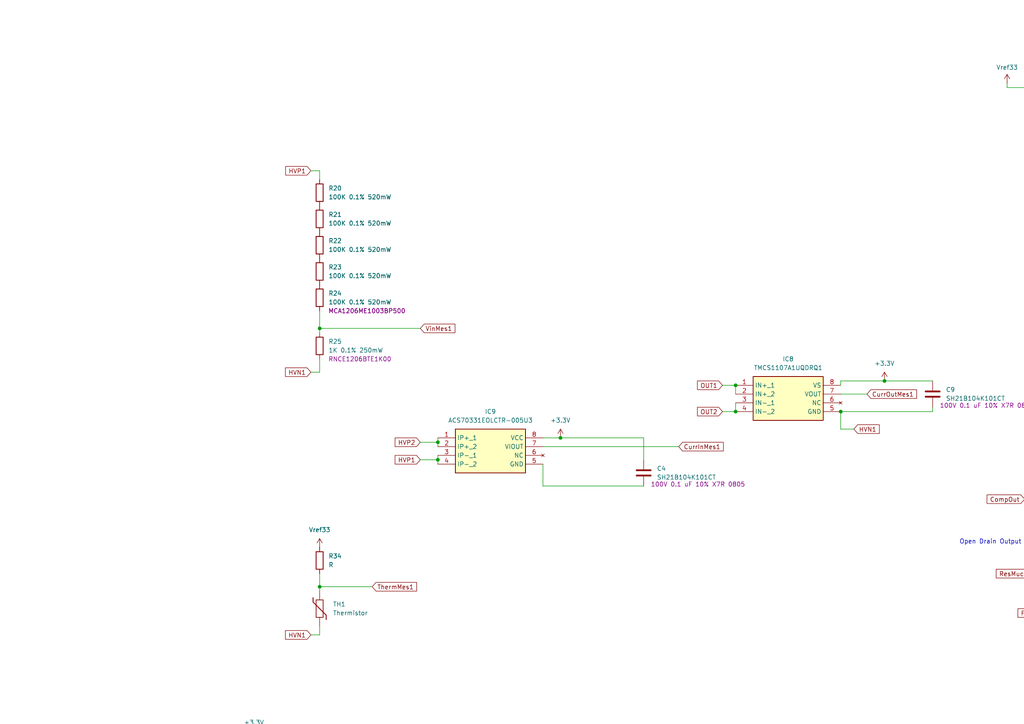
<source format=kicad_sch>
(kicad_sch (version 20250114) (generator "eeschema") (generator_version "9.0")
  (paper "A4")
  (text "probelm 74HC74 is HL = 3.15V see datasheet \nso STM can control it found a methode of power it at 3.3v\n" (at 366.268 207.772 0) (effects (font (size 1.27 1.27))))
  (text "Example of charging power\nOUT I\nACS770LCB-100U \nUni 100A 40mV/A 4800VAC 1min\nVcc = 5V\n22kW/250V= 88A, 22kW/300=73A\nOCP is around 4.033V 4.194V => (4.033+4.194)/2=4113.5mV (102.8A)\nIoutNom = 70A (DJC)\nVoltage range nominal (0,500v) 2%\n102/70= 1.45\n\nProposition prim \nACS70331EOLCTR-005U3\n5A uniderectional, 3.3V, 400mV/A, SOIC 8, very simple \n2euros mouser \nSpec 1200/360=3.33A\n5A/3.33A= 1.5\nout 0 to 3V (perfect)\nOR \nTMCS1107A4U \n3euros mouser \n10A\n\n\nSecondary 1200/42=28.57A \n(target 1.5 = 43A check 45 or 50A)\nTMCS1107A2UQDR \n100mV/A 3.3V\nsimple \nif you want more current \ncheck \nTMCS1107A1U\n86A Uniderectional \n43A \nmouser 2.96euros " (at 320.802 311.15 0) (effects (font (size 1.27 1.27) (bold yes))))
  (text "Logic to be done " (at 344.17 203.2 0) (effects (font (size 1.27 1.27))))
  (text "Nb pins\n===============\nmeas vref	1\nprim drive	4\nv meas p	1\nv meas s	2\ncurrent sec	1\ncurrent prim	1\nOUTPUT COMPA	1\nTHERMAL 	2\nSPI 	4\nTOTLA 	17\n\n\nOptimization 	\nmeas vref	1\nprim drive	4\nv meas p	1\nv meas s	2\ncurrent sec	1\ncurrent prim	1\nOUTPUT COMPA	1\nTHERMAL 	1\nRX/TX	other pins\nTOTLA 	12\n" (at 414.02 206.502 0) (effects (font (size 1.27 1.27))))
  (text "Open Drain Output\n" (at 287.274 157.226 0) (effects (font (size 1.27 1.27))))
  (text "To µC (je dois utiliser 3.3v pour le pull up pas 5v\n" (at 112.014 219.71 0) (effects (font (size 1.27 1.27))))
  (text "check if we can read 5V , otherwise use 3.3 power othwise to remove this regulator use res div \n" (at 410.972 256.032 0) (effects (font (size 1.27 1.27))))
  (junction (at 138.43 245.11))
  (junction (at 105.41 228.6))
  (junction (at 92.71 170.18))
  (junction (at 143.51 279.4))
  (junction (at 73.66 228.6))
  (junction (at 281.94 246.38))
  (junction (at 125.73 259.08))
  (junction (at 257.81 250.19))
  (junction (at 345.44 -5.08))
  (junction (at 281.94 262.89))
  (junction (at 48.26 251.46))
  (junction (at 36.83 223.52))
  (junction (at 349.25 163.83))
  (junction (at 62.23 224.79))
  (junction (at 316.23 6.35))
  (junction (at 382.27 166.37))
  (junction (at 73.66 267.97))
  (junction (at 502.92 -38.1))
  (junction (at 213.36 111.76))
  (junction (at 213.36 119.38))
  (junction (at 125.73 233.68))
  (junction (at 382.27 168.91))
  (junction (at 73.66 217.17))
  (junction (at -19.05 254))
  (junction (at 67.31 217.17))
  (junction (at -19.05 270.51))
  (junction (at 127 133.35))
  (junction (at 243.84 119.38))
  (junction (at -19.05 265.43))
  (junction (at 257.81 306.07))
  (junction (at 349.25 180.34))
  (junction (at 88.9 236.22))
  (junction (at 264.16 237.49))
  (junction (at 36.83 227.33))
  (junction (at 21.59 227.33))
  (junction (at 382.27 163.83))
  (junction (at 143.51 256.54))
  (junction (at 35.56 243.84))
  (junction (at 257.81 294.64))
  (junction (at 92.71 95.25))
  (junction (at 12.7 240.03))
  (junction (at 45.72 236.22))
  (junction (at 34.29 254))
  (junction (at 349.25 173.99))
  (junction (at 127 128.27))
  (junction (at 125.73 279.4))
  (junction (at 256.54 110.49))
  (junction (at 125.73 241.3))
  (junction (at 12.7 227.33))
  (junction (at 494.03 -20.32))
  (junction (at 162.56 127))
  (junction (at 34.29 270.51))
  (junction (at 257.81 276.86))
  (junction (at 335.28 200.66))
  (junction (at 99.06 243.84))
  (junction (at 349.25 182.88))
  (junction (at 125.73 254))
  (junction (at 48.26 270.51))
  (junction (at 320.04 177.8))
  (junction (at 20.32 240.03))
  (wire (pts (xy 309.88 6.35) (xy 316.23 6.35)))
  (wire (pts (xy 243.84 124.46) (xy 243.84 119.38)))
  (wire (pts (xy 143.51 256.54) (xy 143.51 279.4)))
  (wire (pts (xy 86.36 259.08) (xy 113.03 259.08)))
  (wire (pts (xy 34.29 254) (xy 50.8 254)))
  (wire (pts (xy 228.6 265.43) (xy 232.41 265.43)))
  (wire (pts (xy 45.72 236.22) (xy 45.72 227.33)))
  (wire (pts (xy 55.88 217.17) (xy 67.31 217.17)))
  (wire (pts (xy 73.66 228.6) (xy 97.79 228.6)))
  (wire (pts (xy -19.05 255.27) (xy -19.05 254)))
  (wire (pts (xy 20.32 240.03) (xy 12.7 240.03)))
  (wire (pts (xy 257.81 250.19) (xy 257.81 276.86)))
  (wire (pts (xy 12.7 227.33) (xy 12.7 240.03)))
  (wire (pts (xy 62.23 224.79) (xy 67.31 224.79)))
  (wire (pts (xy 351.79 171.45) (xy 327.66 171.45)))
  (wire (pts (xy 45.72 227.33) (xy 36.83 227.33)))
  (wire (pts (xy 297.18 144.78) (xy 316.23 144.78)))
  (wire (pts (xy 327.66 168.91) (xy 320.04 168.91)))
  (wire (pts (xy 86.36 243.84) (xy 99.06 243.84)))
  (wire (pts (xy 105.41 222.25) (xy 125.73 222.25)))
  (wire (pts (xy 92.71 184.15) (xy 90.17 184.15)))
  (wire (pts (xy 73.66 267.97) (xy 73.66 270.51)))
  (wire (pts (xy -19.05 270.51) (xy 34.29 270.51)))
  (wire (pts (xy 353.06 182.88) (xy 349.25 182.88)))
  (wire (pts (xy 127 132.08) (xy 127 133.35)))
  (wire (pts (xy 243.84 110.49) (xy 256.54 110.49)))
  (wire (pts (xy 86.36 259.08) (xy 86.36 261.62)))
  (wire (pts (xy 27.94 240.03) (xy 35.56 240.03)))
  (wire (pts (xy 228.6 321.31) (xy 232.41 321.31)))
  (wire (pts (xy 556.26 -20.32) (xy 544.83 -20.32)))
  (wire (pts (xy 127 128.27) (xy 127 129.54)))
  (wire (pts (xy 99.06 267.97) (xy 73.66 267.97)))
  (wire (pts (xy 257.81 294.64) (xy 257.81 276.86)))
  (wire (pts (xy -19.05 248.92) (xy -19.05 254)))
  (wire (pts (xy 232.41 351.79) (xy 232.41 350.52)))
  (wire (pts (xy -19.05 254) (xy 34.29 254)))
  (wire (pts (xy 209.55 111.76) (xy 213.36 111.76)))
  (wire (pts (xy 34.29 270.51) (xy 48.26 270.51)))
  (wire (pts (xy 12.7 219.71) (xy 12.7 227.33)))
  (wire (pts (xy 320.04 186.69) (xy 349.25 186.69)))
  (wire (pts (xy 247.65 124.46) (xy 243.84 124.46)))
  (wire (pts (xy 351.79 173.99) (xy 349.25 173.99)))
  (wire (pts (xy 382.27 157.48) (xy 382.27 158.75)))
  (wire (pts (xy 12.7 240.03) (xy 12.7 251.46)))
  (wire (pts (xy 127 133.35) (xy 127 134.62)))
  (wire (pts (xy 243.84 110.49) (xy 243.84 111.76)))
  (wire (pts (xy 36.83 219.71) (xy 36.83 223.52)))
  (wire (pts (xy 257.81 237.49) (xy 264.16 237.49)))
  (wire (pts (xy 138.43 245.11) (xy 142.24 245.11)))
  (wire (pts (xy 140.97 256.54) (xy 143.51 256.54)))
  (wire (pts (xy 345.44 -5.08) (xy 363.22 -5.08)))
  (wire (pts (xy 240.03 279.4) (xy 240.03 287.02)))
  (wire (pts (xy 209.55 119.38) (xy 213.36 119.38)))
  (wire (pts (xy 382.27 168.91) (xy 387.35 168.91)))
  (wire (pts (xy 138.43 243.84) (xy 138.43 245.11)))
  (wire (pts (xy 240.03 260.35) (xy 236.22 260.35)))
  (wire (pts (xy 232.41 321.31) (xy 232.41 320.04)))
  (wire (pts (xy 162.56 127) (xy 186.69 127)))
  (wire (pts (xy 35.56 240.03) (xy 35.56 243.84)))
  (wire (pts (xy 92.71 96.52) (xy 92.71 95.25)))
  (wire (pts (xy -26.67 270.51) (xy -19.05 270.51)))
  (wire (pts (xy 73.66 217.17) (xy 73.66 228.6)))
  (wire (pts (xy 311.15 17.78) (xy 316.23 17.78)))
  (wire (pts (xy 157.48 129.54) (xy 196.85 129.54)))
  (wire (pts (xy 342.9 2.54) (xy 351.79 2.54)))
  (wire (pts (xy 240.03 252.73) (xy 240.03 260.35)))
  (wire (pts (xy 48.26 251.46) (xy 48.26 241.3)))
  (wire (pts (xy 257.81 336.55) (xy 255.27 336.55)))
  (wire (pts (xy 342.9 10.16) (xy 349.25 10.16)))
  (wire (pts (xy 243.84 119.38) (xy 270.51 119.38)))
  (wire (pts (xy 342.9 25.4) (xy 349.25 25.4)))
  (wire (pts (xy 232.41 292.1) (xy 232.41 290.83)))
  (wire (pts (xy 255.27 306.07) (xy 257.81 306.07)))
  (wire (pts (xy 257.81 336.55) (xy 257.81 306.07)))
  (wire (pts (xy 292.1 25.4) (xy 316.23 25.4)))
  (wire (pts (xy 62.23 228.6) (xy 62.23 224.79)))
  (wire (pts (xy 213.36 111.76) (xy 213.36 114.3)))
  (wire (pts (xy 50.8 246.38) (xy 45.72 246.38)))
  (wire (pts (xy 342.9 17.78) (xy 347.98 17.78)))
  (wire (pts (xy 387.35 168.91) (xy 387.35 180.34)))
  (wire (pts (xy 228.6 292.1) (xy 232.41 292.1)))
  (wire (pts (xy 342.9 21.59) (xy 349.25 21.59)))
  (wire (pts (xy 129.54 284.48) (xy 125.73 284.48)))
  (wire (pts (xy 502.92 -38.1) (xy 473.71 -38.1)))
  (wire (pts (xy 88.9 236.22) (xy 88.9 238.76)))
  (wire (pts (xy 45.72 236.22) (xy 50.8 236.22)))
  (wire (pts (xy 130.81 245.11) (xy 130.81 248.92)))
  (wire (pts (xy -19.05 241.3) (xy -19.05 238.76)))
  (wire (pts (xy 21.59 227.33) (xy 29.21 227.33)))
  (wire (pts (xy 349.25 182.88) (xy 349.25 180.34)))
  (wire (pts (xy 255.27 276.86) (xy 257.81 276.86)))
  (wire (pts (xy 544.83 -38.1) (xy 556.26 -38.1)))
  (wire (pts (xy 86.36 248.92) (xy 105.41 248.92)))
  (wire (pts (xy 298.45 255.27) (xy 298.45 262.89)))
  (wire (pts (xy 60.96 228.6) (xy 62.23 228.6)))
  (wire (pts (xy 50.8 248.92) (xy 35.56 248.92)))
  (wire (pts (xy 511.81 -38.1) (xy 502.92 -38.1)))
  (wire (pts (xy 382.27 161.29) (xy 382.27 163.83)))
  (wire (pts (xy 312.42 10.16) (xy 316.23 10.16)))
  (wire (pts (xy 298.45 246.38) (xy 298.45 247.65)))
  (wire (pts (xy 270.51 118.11) (xy 270.51 119.38)))
  (wire (pts (xy 105.41 228.6) (xy 105.41 248.92)))
  (wire (pts (xy 320.04 176.53) (xy 320.04 177.8)))
  (wire (pts (xy 281.94 246.38) (xy 281.94 247.65)))
  (wire (pts (xy 67.31 217.17) (xy 73.66 217.17)))
  (wire (pts (xy 349.25 173.99) (xy 349.25 163.83)))
  (wire (pts (xy 342.9 -5.08) (xy 345.44 -5.08)))
  (wire (pts (xy 55.88 224.79) (xy 62.23 224.79)))
  (wire (pts (xy 130.81 245.11) (xy 138.43 245.11)))
  (wire (pts (xy 363.22 -13.97) (xy 365.76 -13.97)))
  (wire (pts (xy 63.5 266.7) (xy 63.5 270.51)))
  (wire (pts (xy 48.26 251.46) (xy 48.26 270.51)))
  (wire (pts (xy 351.79 168.91) (xy 335.28 168.91)))
  (wire (pts (xy 120.65 259.08) (xy 125.73 259.08)))
  (wire (pts (xy 125.73 233.68) (xy 120.65 233.68)))
  (wire (pts (xy 243.84 114.3) (xy 251.46 114.3)))
  (wire (pts (xy 92.71 49.53) (xy 90.17 49.53)))
  (wire (pts (xy 349.25 163.83) (xy 349.25 161.29)))
  (wire (pts (xy 36.83 223.52) (xy 36.83 227.33)))
  (wire (pts (xy 92.71 181.61) (xy 92.71 184.15)))
  (wire (pts (xy 186.69 133.35) (xy 186.69 127)))
  (wire (pts (xy 127 127) (xy 127 128.27)))
  (wire (pts (xy 92.71 107.95) (xy 92.71 104.14)))
  (wire (pts (xy 257.81 237.49) (xy 257.81 250.19)))
  (wire (pts (xy 313.69 200.66) (xy 335.28 200.66)))
  (wire (pts (xy 34.29 270.51) (xy 34.29 261.62)))
  (wire (pts (xy 312.42 21.59) (xy 316.23 21.59)))
  (wire (pts (xy 342.9 -1.27) (xy 346.71 -1.27)))
  (wire (pts (xy 308.61 -5.08) (xy 316.23 -5.08)))
  (wire (pts (xy 363.22 -6.35) (xy 363.22 -5.08)))
  (wire (pts (xy 92.71 90.17) (xy 92.71 95.25)))
  (wire (pts (xy 473.71 -22.86) (xy 473.71 -20.32)))
  (wire (pts (xy 20.32 240.03) (xy 20.32 243.84)))
  (wire (pts (xy 320.04 177.8) (xy 320.04 179.07)))
  (wire (pts (xy 232.41 265.43) (xy 232.41 264.16)))
  (wire (pts (xy 312.42 177.8) (xy 320.04 177.8)))
  (wire (pts (xy 236.22 247.65) (xy 240.03 247.65)))
  (wire (pts (xy 157.48 127) (xy 162.56 127)))
  (wire (pts (xy 133.35 264.16) (xy 130.81 264.16)))
  (wire (pts (xy 48.26 241.3) (xy 50.8 241.3)))
  (wire (pts (xy 349.25 180.34) (xy 349.25 173.99)))
  (wire (pts (xy 125.73 279.4) (xy 125.73 284.48)))
  (wire (pts (xy 213.36 116.84) (xy 213.36 119.38)))
  (wire (pts (xy 125.73 241.3) (xy 125.73 254)))
  (wire (pts (xy 86.36 254) (xy 113.03 254)))
  (wire (pts (xy 229.87 274.32) (xy 240.03 274.32)))
  (wire (pts (xy 86.36 236.22) (xy 88.9 236.22)))
  (wire (pts (xy 99.06 243.84) (xy 99.06 267.97)))
  (wire (pts (xy 92.71 52.07) (xy 92.71 49.53)))
  (wire (pts (xy 264.16 237.49) (xy 264.16 238.76)))
  (wire (pts (xy 48.26 251.46) (xy 12.7 251.46)))
  (wire (pts (xy 73.66 214.63) (xy 73.66 217.17)))
  (wire (pts (xy 143.51 256.54) (xy 156.21 256.54)))
  (wire (pts (xy 88.9 238.76) (xy 86.36 238.76)))
  (wire (pts (xy 556.26 -38.1) (xy 556.26 -35.56)))
  (wire (pts (xy 20.32 243.84) (xy 27.94 243.84)))
  (wire (pts (xy 92.71 95.25) (xy 121.92 95.25)))
  (wire (pts (xy 129.54 279.4) (xy 125.73 279.4)))
  (wire (pts (xy 335.28 200.66) (xy 335.28 224.79)))
  (wire (pts (xy 256.54 110.49) (xy 270.51 110.49)))
  (wire (pts (xy 342.9 13.97) (xy 346.71 13.97)))
  (wire (pts (xy 50.8 261.62) (xy 50.8 265.43)))
  (wire (pts (xy 316.23 6.35) (xy 317.5 6.35)))
  (wire (pts (xy 349.25 180.34) (xy 387.35 180.34)))
  (wire (pts (xy 137.16 284.48) (xy 143.51 284.48)))
  (wire (pts (xy -24.13 238.76) (xy -19.05 238.76)))
  (wire (pts (xy 157.48 134.62) (xy 157.48 140.97)))
  (wire (pts (xy 307.34 -1.27) (xy 316.23 -1.27)))
  (wire (pts (xy 92.71 171.45) (xy 92.71 170.18)))
  (wire (pts (xy 281.94 246.38) (xy 298.45 246.38)))
  (wire (pts (xy 264.16 227.33) (xy 264.16 228.6)))
  (wire (pts (xy 349.25 186.69) (xy 349.25 182.88)))
  (wire (pts (xy 281.94 245.11) (xy 281.94 246.38)))
  (wire (pts (xy 143.51 279.4) (xy 143.51 284.48)))
  (wire (pts (xy 48.26 270.51) (xy 63.5 270.51)))
  (wire (pts (xy -19.05 262.89) (xy -19.05 265.43)))
  (wire (pts (xy 157.48 140.97) (xy 186.69 140.97)))
  (wire (pts (xy 137.16 279.4) (xy 143.51 279.4)))
  (wire (pts (xy 90.17 107.95) (xy 92.71 107.95)))
  (wire (pts (xy 501.65 -16.51) (xy 494.03 -16.51)))
  (wire (pts (xy 327.66 171.45) (xy 327.66 168.91)))
  (wire (pts (xy 281.94 262.89) (xy 298.45 262.89)))
  (wire (pts (xy 264.16 236.22) (xy 264.16 237.49)))
  (wire (pts (xy 292.1 24.13) (xy 292.1 25.4)))
  (wire (pts (xy 382.27 163.83) (xy 382.27 166.37)))
  (wire (pts (xy 342.9 6.35) (xy 347.98 6.35)))
  (wire (pts (xy 240.03 316.23) (xy 236.22 316.23)))
  (wire (pts (xy 88.9 236.22) (xy 99.06 236.22)))
  (wire (pts (xy 45.72 246.38) (xy 45.72 236.22)))
  (wire (pts (xy 236.22 303.53) (xy 240.03 303.53)))
  (wire (pts (xy 281.94 264.16) (xy 281.94 262.89)))
  (wire (pts (xy 473.71 -38.1) (xy 473.71 -30.48)))
  (wire (pts (xy 556.26 -27.94) (xy 556.26 -20.32)))
  (wire (pts (xy 120.65 254) (xy 125.73 254)))
  (wire (pts (xy 473.71 -20.32) (xy 494.03 -20.32)))
  (wire (pts (xy 240.03 308.61) (xy 240.03 316.23)))
  (wire (pts (xy 351.79 158.75) (xy 316.23 158.75)))
  (wire (pts (xy 92.71 170.18) (xy 107.95 170.18)))
  (wire (pts (xy 12.7 227.33) (xy 21.59 227.33)))
  (wire (pts (xy 35.56 243.84) (xy 35.56 248.92)))
  (wire (pts (xy 228.6 351.79) (xy 232.41 351.79)))
  (wire (pts (xy 494.03 -16.51) (xy 494.03 -20.32)))
  (wire (pts (xy 240.03 287.02) (xy 236.22 287.02)))
  (wire (pts (xy 257.81 294.64) (xy 265.43 294.64)))
  (wire (pts (xy 351.79 166.37) (xy 298.45 166.37)))
  (wire (pts (xy -19.05 265.43) (xy 50.8 265.43)))
  (wire (pts (xy 255.27 250.19) (xy 257.81 250.19)))
  (wire (pts (xy 316.23 144.78) (xy 316.23 158.75)))
  (wire (pts (xy 105.41 222.25) (xy 105.41 228.6)))
  (wire (pts (xy 121.92 133.35) (xy 127 133.35)))
  (wire (pts (xy 257.81 306.07) (xy 257.81 294.64)))
  (wire (pts (xy 349.25 163.83) (xy 351.79 163.83)))
  (wire (pts (xy 92.71 170.18) (xy 92.71 166.37)))
  (wire (pts (xy 228.6 334.01) (xy 240.03 334.01)))
  (wire (pts (xy 73.66 228.6) (xy 73.66 231.14)))
  (wire (pts (xy 382.27 166.37) (xy 382.27 168.91)))
  (wire (pts (xy 120.65 241.3) (xy 125.73 241.3)))
  (wire (pts (xy 29.21 223.52) (xy 36.83 223.52)))
  (wire (pts (xy 121.92 128.27) (xy 127 128.27)))
  (wire (pts (xy 73.66 266.7) (xy 73.66 267.97)))
  (wire (pts (xy 494.03 -20.32) (xy 511.81 -20.32)))
  (wire (pts (xy 349.25 161.29) (xy 351.79 161.29)))
  (wire (pts (xy 20.32 219.71) (xy 36.83 219.71)))
  (wire (pts (xy 21.59 223.52) (xy 21.59 227.33)))
  (wire (pts (xy 125.73 232.41) (xy 125.73 233.68)))
  (wire (pts (xy 240.03 339.09) (xy 240.03 346.71)))
  (wire (pts (xy 335.28 168.91) (xy 335.28 200.66)))
  (wire (pts (xy -19.05 265.43) (xy -19.05 270.51)))
  (wire (pts (xy 240.03 346.71) (xy 236.22 346.71)))
  (wire (pts (xy 125.73 259.08) (xy 125.73 279.4)))
  (global_label "HVN1" (shape input) (at 125.73 232.41 90) (property "Intersheetrefs" "${INTERSHEET_REFS}" (effects (hide yes))))
  (global_label "HVN1" (shape input) (at 90.17 107.95 180) (property "Intersheetrefs" "${INTERSHEET_REFS}" (effects (hide yes))))
  (global_label "VoutMeasDiag" (shape input) (at 125.73 222.25 0) (property "Intersheetrefs" "${INTERSHEET_REFS}" (effects (hide yes))))
  (global_label "RDY1" (shape input) (at 312.42 21.59 180) (property "Intersheetrefs" "${INTERSHEET_REFS}" (effects (hide yes))))
  (global_label "VoutMes1" (shape input) (at 229.87 274.32 180) (property "Intersheetrefs" "${INTERSHEET_REFS}" (effects (hide yes))))
  (global_label "HVN1" (shape input) (at 228.6 292.1 180) (property "Intersheetrefs" "${INTERSHEET_REFS}" (effects (hide yes))))
  (global_label "VoutMes1" (shape input) (at 349.25 10.16 0) (property "Intersheetrefs" "${INTERSHEET_REFS}" (effects (hide yes))))
  (global_label "HVP1" (shape input) (at 121.92 133.35 180) (property "Intersheetrefs" "${INTERSHEET_REFS}" (effects (hide yes))))
  (global_label "ThermMes1" (shape input) (at 312.42 10.16 180) (property "Intersheetrefs" "${INTERSHEET_REFS}" (effects (hide yes))))
  (global_label "VinMes1" (shape input) (at 347.98 6.35 0) (property "Intersheetrefs" "${INTERSHEET_REFS}" (effects (hide yes))))
  (global_label "HVN1" (shape input) (at 365.76 -13.97 0) (property "Intersheetrefs" "${INTERSHEET_REFS}" (effects (hide yes))))
  (global_label "CurrOutMes1" (shape input) (at 349.25 21.59 0) (property "Intersheetrefs" "${INTERSHEET_REFS}" (effects (hide yes))))
  (global_label "TX" (shape input) (at 308.61 -5.08 180) (property "Intersheetrefs" "${INTERSHEET_REFS}" (effects (hide yes))))
  (global_label "VinMes1" (shape input) (at 121.92 95.25 0) (property "Intersheetrefs" "${INTERSHEET_REFS}" (effects (hide yes))))
  (global_label "HVP2" (shape input) (at 121.92 128.27 180) (property "Intersheetrefs" "${INTERSHEET_REFS}" (effects (hide yes))))
  (global_label "HVN1" (shape input) (at 90.17 184.15 180) (property "Intersheetrefs" "${INTERSHEET_REFS}" (effects (hide yes))))
  (global_label "ResMuc" (shape input) (at 309.88 6.35 180) (property "Intersheetrefs" "${INTERSHEET_REFS}" (effects (hide yes))))
  (global_label "CurrInMes1" (shape input) (at 196.85 129.54 0) (property "Intersheetrefs" "${INTERSHEET_REFS}" (effects (hide yes))))
  (global_label "HVN1" (shape input) (at 501.65 -16.51 0) (property "Intersheetrefs" "${INTERSHEET_REFS}" (effects (hide yes))))
  (global_label "CurrOutMes1" (shape input) (at 251.46 114.3 0) (property "Intersheetrefs" "${INTERSHEET_REFS}" (effects (hide yes))))
  (global_label "EN1" (shape input) (at 335.28 224.79 180) (property "Intersheetrefs" "${INTERSHEET_REFS}" (effects (hide yes))))
  (global_label "CurrOutFault" (shape input) (at 349.25 25.4 0) (property "Intersheetrefs" "${INTERSHEET_REFS}" (effects (hide yes))))
  (global_label "OUT1" (shape input) (at 209.55 111.76 180) (property "Intersheetrefs" "${INTERSHEET_REFS}" (effects (hide yes))))
  (global_label "HVN1" (shape input) (at 228.6 265.43 180) (property "Intersheetrefs" "${INTERSHEET_REFS}" (effects (hide yes))))
  (global_label "VoutMeasDiag" (shape input) (at 346.71 13.97 0) (property "Intersheetrefs" "${INTERSHEET_REFS}" (effects (hide yes))))
  (global_label "CurrInMes1" (shape input) (at 236.22 303.53 180) (property "Intersheetrefs" "${INTERSHEET_REFS}" (effects (hide yes))))
  (global_label "HVN1" (shape input) (at 247.65 124.46 0) (property "Intersheetrefs" "${INTERSHEET_REFS}" (effects (hide yes))))
  (global_label "ThermMes1" (shape input) (at 107.95 170.18 0) (property "Intersheetrefs" "${INTERSHEET_REFS}" (effects (hide yes))))
  (global_label "HVN1" (shape input) (at 281.94 264.16 270) (property "Intersheetrefs" "${INTERSHEET_REFS}" (effects (hide yes))))
  (global_label "VoutMes1" (shape input) (at 156.21 256.54 0) (property "Intersheetrefs" "${INTERSHEET_REFS}" (effects (hide yes))))
  (global_label "HVP1" (shape input) (at 90.17 49.53 180) (property "Intersheetrefs" "${INTERSHEET_REFS}" (effects (hide yes))))
  (global_label "ResMuc" (shape input) (at 298.45 166.37 180) (property "Intersheetrefs" "${INTERSHEET_REFS}" (effects (hide yes))))
  (global_label "EN1" (shape input) (at 311.15 17.78 180) (property "Intersheetrefs" "${INTERSHEET_REFS}" (effects (hide yes))))
  (global_label "FeedbacktoMCU" (shape input) (at 312.42 177.8 180) (property "Intersheetrefs" "${INTERSHEET_REFS}" (effects (hide yes))))
  (global_label "VinMes1" (shape input) (at 236.22 247.65 180) (property "Intersheetrefs" "${INTERSHEET_REFS}" (effects (hide yes))))
  (global_label "HVN1" (shape input) (at 133.35 264.16 0) (property "Intersheetrefs" "${INTERSHEET_REFS}" (effects (hide yes))))
  (global_label "HVN1" (shape input) (at 60.96 228.6 180) (property "Intersheetrefs" "${INTERSHEET_REFS}" (effects (hide yes))))
  (global_label "PWM1" (shape input) (at 351.79 2.54 0) (property "Intersheetrefs" "${INTERSHEET_REFS}" (effects (hide yes))))
  (global_label "HVN1" (shape input) (at 73.66 270.51 270) (property "Intersheetrefs" "${INTERSHEET_REFS}" (effects (hide yes))))
  (global_label "CompOut" (shape input) (at 265.43 294.64 0) (property "Intersheetrefs" "${INTERSHEET_REFS}" (effects (hide yes))))
  (global_label "ThermMes1" (shape input) (at 207.01 344.17 180) (property "Intersheetrefs" "${INTERSHEET_REFS}" (effects (hide yes))))
  (global_label "DisableMCU" (shape input) (at 313.69 200.66 180) (property "Intersheetrefs" "${INTERSHEET_REFS}" (effects (hide yes))))
  (global_label "RX" (shape input) (at 307.34 -1.27 180) (property "Intersheetrefs" "${INTERSHEET_REFS}" (effects (hide yes))))
  (global_label "HVN1" (shape input) (at 346.71 -1.27 0) (property "Intersheetrefs" "${INTERSHEET_REFS}" (effects (hide yes))))
  (global_label "HVN1" (shape input) (at 264.16 246.38 270) (property "Intersheetrefs" "${INTERSHEET_REFS}" (effects (hide yes))))
  (global_label "HVN1" (shape input) (at 228.6 321.31 180) (property "Intersheetrefs" "${INTERSHEET_REFS}" (effects (hide yes))))
  (global_label "OUT2" (shape input) (at 209.55 119.38 180) (property "Intersheetrefs" "${INTERSHEET_REFS}" (effects (hide yes))))
  (global_label "HVN1" (shape input) (at 228.6 351.79 180) (property "Intersheetrefs" "${INTERSHEET_REFS}" (effects (hide yes))))
  (global_label "CurrInMes1" (shape input) (at 347.98 17.78 0) (property "Intersheetrefs" "${INTERSHEET_REFS}" (effects (hide yes))))
  (global_label "OUT1" (shape input) (at -24.13 238.76 180) (property "Intersheetrefs" "${INTERSHEET_REFS}" (effects (hide yes))))
  (global_label "CurrOutMes1" (shape input) (at 228.6 334.01 180) (property "Intersheetrefs" "${INTERSHEET_REFS}" (effects (hide yes))))
  (global_label "CompOut" (shape input) (at 297.18 144.78 180) (property "Intersheetrefs" "${INTERSHEET_REFS}" (effects (hide yes))))
  (global_label "HVN1" (shape input) (at 353.06 182.88 0) (property "Intersheetrefs" "${INTERSHEET_REFS}" (effects (hide yes))))
  (global_label "HVN1" (shape input) (at 149.86 245.11 0) (property "Intersheetrefs" "${INTERSHEET_REFS}" (effects (hide yes))))
  (symbol (lib_id "Device:R") (at 320.04 182.88 0) (unit 1)
    (property "Reference" "R42" (at 322.58 181.6099 0) (effects (justify left)))
    (property "Value" "20k" (at 322.58 184.1499 0) (effects (justify left)))
    (property "Description" "Resistor" (effects (hide yes)))
  )
  (symbol (lib_id "Device:R") (at 116.84 259.08 270) (mirror x) (unit 1)
    (property "Reference" "R30" (at 116.84 265.43 90))
    (property "Value" "10k" (at 116.84 262.89 90))
    (property "Description" "Resistor" (effects (hide yes)))
  )
  (symbol (lib_id "Device:C") (at 16.51 219.71 270) (mirror x) (unit 1)
    (property "Reference" "C34" (at 16.51 227.33 90))
    (property "Value" "1uF" (at 16.51 224.79 90))
    (property "Description" "Unpolarized capacitor" (effects (hide yes)))
  )
  (symbol (lib_id "Device:C") (at 556.26 -31.75 0) (unit 1)
    (property "Reference" "C40" (at 560.07 -33.0201 0) (effects (justify left)))
    (property "Value" "SH21B104K101CT" (at 560.07 -30.4801 0) (effects (justify left)))
    (property "Footprint" "Capacitor_SMD:C_0805_2012Metric" (effects (hide yes)))
    (property "Description" "100V 0.1 uF 10% X7R 0805" (at 572.008 -28.448 0))
  )
  (symbol (lib_id "Device:R_Potentiometer_Dual_Separate") (at 232.41 260.35 0) (unit 1)
    (property "Reference" "RV2" (at 229.87 259.0799 0) (effects (justify right)))
    (property "Value" "100k" (at 229.87 261.6199 0) (effects (justify right)))
    (property "Description" "Dual potentiometer, separate units" (effects (hide yes)))
  )
  (symbol (lib_id "power:+3V0") (at 232.41 342.9 0) (unit 1)
    (property "Reference" "#PWR035" (effects (hide yes)))
    (property "Value" "Vref33" (at 232.41 337.82 0))
    (property "Description" "Power symbol creates a global label with name \"+3V0\"" (effects (hide yes)))
  )
  (symbol (lib_id "Device:R") (at 92.71 55.88 0) (unit 1)
    (property "Reference" "R20" (at 95.25 54.6099 0) (effects (justify left)))
    (property "Value" "100K 0.1% 520mW" (at 95.25 57.1499 0) (effects (justify left)))
    (property "Footprint" "Resistor_SMD:R_1206_3216Metric" (effects (hide yes)))
    (property "Description" "Resistor" (effects (hide yes)))
  )
  (symbol (lib_id "power:+3V0") (at 232.41 312.42 0) (unit 1)
    (property "Reference" "#PWR032" (effects (hide yes)))
    (property "Value" "Vref33" (at 232.41 307.34 0))
    (property "Description" "Power symbol creates a global label with name \"+3V0\"" (effects (hide yes)))
  )
  (symbol (lib_id "New_Library:TLV9024QDRQ1") (at 284.48 255.27 0) (unit 5)
    (property "Reference" "U9" (at 283.21 253.9999 0) (effects (justify left)))
    (property "Value" "TLV9024QDRQ1" (at 283.21 256.5399 0) (effects (justify left)))
    (property "Footprint" "Package_SO:SOIC-14_3.9x8.7mm_P1.27mm" (effects (hide yes)))
    (property "Datasheet" "https://www.ti.com/lit/ds/symlink/tlv9022-q1.pdf" (effects (hide yes)))
    (property "Description" "Quad channel comparators, SOIC-14" (effects (hide yes)))
  )
  (symbol (lib_id "Device:R") (at 92.71 63.5 0) (unit 1)
    (property "Reference" "R21" (at 95.25 62.2299 0) (effects (justify left)))
    (property "Value" "100K 0.1% 520mW" (at 95.25 64.7699 0) (effects (justify left)))
    (property "Footprint" "Resistor_SMD:R_1206_3216Metric" (effects (hide yes)))
    (property "Description" "Resistor" (effects (hide yes)))
  )
  (symbol (lib_id "power:+3V0") (at 292.1 24.13 0) (unit 1)
    (property "Reference" "#PWR038" (effects (hide yes)))
    (property "Value" "Vref33" (at 292.1 19.558 0))
    (property "Description" "Power symbol creates a global label with name \"+3V0\"" (effects (hide yes)))
  )
  (symbol (lib_id "Device:R") (at 101.6 228.6 270) (unit 1)
    (property "Reference" "R32" (at 101.6 222.25 90))
    (property "Value" "47k" (at 101.6 224.79 90))
    (property "Description" "Resistor" (effects (hide yes)))
  )
  (symbol (lib_id "Device:C") (at 270.51 114.3 0) (unit 1)
    (property "Reference" "C9" (at 274.32 113.0299 0) (effects (justify left)))
    (property "Value" "SH21B104K101CT" (at 274.32 115.5699 0) (effects (justify left)))
    (property "Footprint" "Capacitor_SMD:C_0805_2012Metric" (effects (hide yes)))
    (property "Description" "100V 0.1 uF 10% X7R 0805" (at 286.258 117.602 0))
  )
  (symbol (lib_id "power:+5V") (at 138.43 243.84 0) (unit 1)
    (property "Reference" "#PWR024" (effects (hide yes)))
    (property "Value" "+5V" (at 138.43 238.76 0))
    (property "Description" "Power symbol creates a global label with name \"+5V\"" (effects (hide yes)))
  )
  (symbol (lib_id "ACS70331EOLCTR-005U3:ACS70331EOLCTR-005U3") (at 127 127 0) (unit 1)
    (property "Reference" "IC9" (at 142.24 119.38 0))
    (property "Value" "ACS70331EOLCTR-005U3" (at 142.24 121.92 0))
    (property "Footprint" "ACS70331EOLCTR-005U3:SOIC127P600X175-8N" (effects (hide yes)))
    (property "Datasheet" "https://www.allegromicro.com/-/media/files/datasheets/acs70331-datasheet.ashx" (effects (hide yes)))
    (property "Description" "High Sensitivity, Gmr-Based Current Sensor IC" (effects (hide yes)))
    (property "Height" "1.75" (effects (hide yes)))
    (property "Mouser Part Number" "250-70331EOLCTR005U3" (effects (hide yes)))
    (property "Mouser Price/Stock" "https://www.mouser.co.uk/ProductDetail/Allegro-MicroSystems/ACS70331EOLCTR-005U3?qs=pUKx8fyJudDz9FJ7uQ14Rw%3D%3D" (effects (hide yes)))
    (property "Manufacturer_Name" "Allegro Microsystems" (effects (hide yes)))
    (property "Manufacturer_Part_Number" "ACS70331EOLCTR-005U3" (effects (hide yes)))
  )
  (symbol (lib_id "Device:C") (at 120.65 237.49 0) (mirror y) (unit 1)
    (property "Reference" "C27" (at 116.84 236.2199 0) (effects (justify left)))
    (property "Value" "1n" (at 116.84 238.7599 0) (effects (justify left)))
    (property "Description" "Unpolarized capacitor" (effects (hide yes)))
  )
  (symbol (lib_id "Device:R") (at 125.73 237.49 180) (unit 1)
    (property "Reference" "R31" (at 132.08 237.49 90))
    (property "Value" "5k" (at 129.54 237.49 90))
    (property "Description" "Resistor" (effects (hide yes)))
  )
  (symbol (lib_id "Device:C") (at 363.22 -10.16 0) (mirror y) (unit 1)
    (property "Reference" "C38" (at 359.41 -11.4301 0) (effects (justify left)))
    (property "Value" "100nF" (at 359.41 -8.8901 0) (effects (justify left)))
    (property "Footprint" "Capacitor_SMD:C_1206_3216Metric" (effects (hide yes)))
    (property "Datasheet" "https://www.mouser.fr/datasheet/2/210/WTC_MLCC_General_Purpose-1534899.pdf" (effects (hide yes)))
    (property "Description" "Unpolarized capacitor" (effects (hide yes)))
    (property "Manufacturer part code" "1206B104K101CT" (effects (hide yes)))
  )
  (symbol (lib_id "Device:R") (at 92.71 71.12 0) (unit 1)
    (property "Reference" "R22" (at 95.25 69.8499 0) (effects (justify left)))
    (property "Value" "100K 0.1% 520mW" (at 95.25 72.3899 0) (effects (justify left)))
    (property "Footprint" "Resistor_SMD:R_1206_3216Metric" (effects (hide yes)))
    (property "Description" "Resistor" (effects (hide yes)))
  )
  (symbol (lib_id "power:+3V0") (at 92.71 158.75 0) (mirror y) (unit 1)
    (property "Reference" "#PWR036" (effects (hide yes)))
    (property "Value" "Vref33" (at 92.71 153.67 0))
    (property "Description" "Power symbol creates a global label with name \"+3V0\"" (effects (hide yes)))
  )
  (symbol (lib_id "Device:R") (at 92.71 100.33 0) (unit 1)
    (property "Reference" "R25" (at 95.25 99.0599 0) (effects (justify left)))
    (property "Value" "1K 0.1% 250mW" (at 95.25 101.5999 0) (effects (justify left)))
    (property "Footprint" "Resistor_SMD:R_1206_3216Metric" (effects (hide yes)))
    (property "Datasheet" "https://www.mouser.fr/datasheet/2/385/SEI_RNCE-3567365.pdf" (effects (hide yes)))
    (property "Description" "RNCE1206BTE1K00" (at 104.394 104.14 0))
  )
  (symbol (lib_id "Amplifier_Operational:TLV6001DCK") (at 130.81 256.54 0) (unit 1)
    (property "Reference" "U8" (at 146.05 250.1198 0))
    (property "Value" "TLV6001IDCKT" (at 146.05 252.6598 0))
    (property "Footprint" "Package_TO_SOT_SMD:SOT-353_SC-70-5" (effects (hide yes)))
    (property "Datasheet" "http://www.ti.com/lit/ds/symlink/tlv6001.pdf" (effects (hide yes)))
    (property "Description" "Low-power, Rail-to-rail, 1MHz Operational Amplifier, SOT-353" (effects (hide yes)))
  )
  (symbol (lib_id "Device:C") (at 298.45 251.46 0) (unit 1)
    (property "Reference" "C22" (at 302.26 250.1899 0) (effects (justify left)))
    (property "Value" "SH21B104K101CT" (at 302.26 252.7299 0) (effects (justify left)))
    (property "Footprint" "Capacitor_SMD:C_0805_2012Metric" (effects (hide yes)))
    (property "Description" "100V 0.1 uF 10% X7R 0805" (at 314.198 254.762 0))
  )
  (symbol (lib_id "power:+5V") (at 382.27 157.48 0) (unit 1)
    (property "Reference" "#PWR06" (effects (hide yes)))
    (property "Value" "+3.3V" (at 382.27 152.4 0))
    (property "Description" "Power symbol creates a global label with name \"+5V\"" (effects (hide yes)))
  )
  (symbol (lib_id "Isolator_Analog:AMC3330") (at 68.58 248.92 0) (unit 1)
    (property "Reference" "U7" (at 75.8033 228.6 0) (effects (justify left)))
    (property "Value" "AMC3330" (at 75.8033 231.14 0) (effects (justify left)))
    (property "Footprint" "Package_SO:SOIC-16W_7.5x10.3mm_P1.27mm" (effects (hide yes)))
    (property "Datasheet" "https://www.ti.com/lit/ds/symlink/amc3330.pdf" (effects (hide yes)))
    (property "Description" "Reinforced Isolated Amplifier With Integrated DC/DC Converter, SOIC-16W" (effects (hide yes)))
  )
  (symbol (lib_id "New_Library:TLV9024QDRQ1") (at 247.65 276.86 0) (unit 1)
    (property "Reference" "U9" (at 247.65 266.7 0))
    (property "Value" "TLV9024QDRQ1" (at 247.65 269.24 0))
    (property "Footprint" "Package_SO:SOIC-14_3.9x8.7mm_P1.27mm" (effects (hide yes)))
    (property "Datasheet" "https://www.ti.com/lit/ds/symlink/tlv9022-q1.pdf" (effects (hide yes)))
    (property "Description" "Quad channel comparators, SOIC-14" (effects (hide yes)))
  )
  (symbol (lib_id "Device:C") (at 33.02 227.33 270) (mirror x) (unit 1)
    (property "Reference" "C33" (at 33.02 234.95 90))
    (property "Value" "1n" (at 33.02 232.41 90))
    (property "Description" "Unpolarized capacitor" (effects (hide yes)))
  )
  (symbol (lib_id "Device:C") (at 133.35 279.4 90) (unit 1)
    (property "Reference" "C29" (at 133.35 271.78 90))
    (property "Value" "1n" (at 133.35 274.32 90))
    (property "Description" "Unpolarized capacitor" (effects (hide yes)))
  )
  (symbol (lib_id "Device:R") (at 116.84 254 270) (unit 1)
    (property "Reference" "R28" (at 116.84 247.65 90))
    (property "Value" "10k" (at 116.84 250.19 90))
    (property "Description" "Resistor" (effects (hide yes)))
  )
  (symbol (lib_id "power:GND2") (at -26.67 270.51 0) (unit 1)
    (property "Reference" "#PWR023" (effects (hide yes)))
    (property "Value" "GND2" (at -26.67 275.59 0))
    (property "Description" "Power symbol creates a global label with name \"GND2\" , ground" (effects (hide yes)))
  )
  (symbol (lib_id "Device:R_Potentiometer_Dual_Separate") (at 232.41 287.02 0) (unit 1)
    (property "Reference" "RV1" (at 229.87 285.7499 0) (effects (justify right)))
    (property "Value" "100k" (at 229.87 288.2899 0) (effects (justify right)))
    (property "Description" "Dual potentiometer, separate units" (effects (hide yes)))
  )
  (symbol (lib_id "power:+5V") (at 502.92 -38.1 0) (unit 1)
    (property "Reference" "#PWR027" (effects (hide yes)))
    (property "Value" "+3.3V" (at 502.92 -43.18 0))
    (property "Description" "Power symbol creates a global label with name \"+5V\"" (effects (hide yes)))
  )
  (symbol (lib_id "Device:C") (at 24.13 240.03 270) (mirror x) (unit 1)
    (property "Reference" "C32" (at 23.114 236.474 90) (effects (justify left)))
    (property "Value" "100nF" (at 22.352 234.442 90) (effects (justify left)))
    (property "Footprint" "Capacitor_SMD:C_1206_3216Metric" (effects (hide yes)))
    (property "Datasheet" "https://www.mouser.fr/datasheet/2/210/WTC_MLCC_General_Purpose-1534899.pdf" (effects (hide yes)))
    (property "Description" "Unpolarized capacitor" (effects (hide yes)))
    (property "Manufacturer part code" "1206B104K101CT" (effects (hide yes)))
  )
  (symbol (lib_id "Device:C") (at 67.31 220.98 0) (mirror y) (unit 1)
    (property "Reference" "C35" (at 63.5 219.7099 0) (effects (justify left)))
    (property "Value" "1uF" (at 63.5 222.2499 0) (effects (justify left)))
    (property "Description" "Unpolarized capacitor" (effects (hide yes)))
  )
  (symbol (lib_id "Device:C") (at 34.29 257.81 0) (unit 1)
    (property "Reference" "C26" (at 38.1 256.5399 0) (effects (justify left)))
    (property "Value" "1nF" (at 38.1 259.0799 0) (effects (justify left)))
    (property "Description" "Unpolarized capacitor" (effects (hide yes)))
  )
  (symbol (lib_id "Device:C") (at 146.05 245.11 270) (mirror x) (unit 1)
    (property "Reference" "C37" (at 145.034 241.554 90) (effects (justify left)))
    (property "Value" "100nF" (at 144.272 239.522 90) (effects (justify left)))
    (property "Footprint" "Capacitor_SMD:C_1206_3216Metric" (effects (hide yes)))
    (property "Datasheet" "https://www.mouser.fr/datasheet/2/210/WTC_MLCC_General_Purpose-1534899.pdf" (effects (hide yes)))
    (property "Description" "Unpolarized capacitor" (effects (hide yes)))
    (property "Manufacturer part code" "1206B104K101CT" (effects (hide yes)))
  )
  (symbol (lib_id "New_Library:TLV9024QDRQ1") (at 247.65 336.55 0) (unit 4)
    (property "Reference" "U9" (at 247.65 326.39 0))
    (property "Value" "TLV9024QDRQ1" (at 247.65 328.93 0))
    (property "Footprint" "Package_SO:SOIC-14_3.9x8.7mm_P1.27mm" (effects (hide yes)))
    (property "Datasheet" "https://www.ti.com/lit/ds/symlink/tlv9022-q1.pdf" (effects (hide yes)))
    (property "Description" "Quad channel comparators, SOIC-14" (effects (hide yes)))
  )
  (symbol (lib_id "SN74HC74DRG4:SN74HC74DRG4") (at 351.79 158.75 0) (unit 1)
    (property "Reference" "IC6" (at 367.03 151.13 0))
    (property "Value" "SN74HC74DRG4" (at 367.03 153.67 0))
    (property "Footprint" "SN74HC74DRG4:SOIC127P600X175-14N" (effects (hide yes)))
    (property "Datasheet" "http://www.ti.com/lit/gpn/SN74HC74" (effects (hide yes)))
    (property "Description" "Dual D-Type Positive-Edge-Triggered Flip-Flops With Clear and Preset" (effects (hide yes)))
    (property "Height" "1.75" (effects (hide yes)))
    (property "Mouser Part Number" "595-SN74HC74DRG4" (effects (hide yes)))
    (property "Mouser Price/Stock" "https://www.mouser.co.uk/ProductDetail/Texas-Instruments/SN74HC74DRG4?qs=AgY10sKTvDJa4hSfohivVQ%3D%3D" (effects (hide yes)))
    (property "Manufacturer_Name" "Texas Instruments" (effects (hide yes)))
    (property "Manufacturer_Part_Number" "SN74HC74DRG4" (effects (hide yes)))
    (property "Field10" "595-SN74HC74DRG4" (at 367.284 177.8 0))
  )
  (symbol (lib_id "Device:R") (at 264.16 232.41 0) (unit 1)
    (property "Reference" "R43" (at 266.7 231.1399 0) (effects (justify left)))
    (property "Value" "100k" (at 266.7 233.6799 0) (effects (justify left)))
    (property "Footprint" "Resistor_SMD:R_1206_3216Metric" (effects (hide yes)))
    (property "Description" "Resistor" (effects (hide yes)))
  )
  (symbol (lib_id "power:+5V") (at 73.66 214.63 0) (unit 1)
    (property "Reference" "#PWR04" (effects (hide yes)))
    (property "Value" "+3.3V" (at 73.66 209.55 0))
    (property "Description" "Power symbol creates a global label with name \"+5V\"" (effects (hide yes)))
  )
  (symbol (lib_id "power:+5V") (at 162.56 127 0) (unit 1)
    (property "Reference" "#PWR01" (effects (hide yes)))
    (property "Value" "+3.3V" (at 162.56 121.92 0))
    (property "Description" "Power symbol creates a global label with name \"+5V\"" (effects (hide yes)))
  )
  (symbol (lib_id "Device:C") (at 473.71 -26.67 0) (unit 1)
    (property "Reference" "C39" (at 477.52 -27.9401 0) (effects (justify left)))
    (property "Value" "SH21B104K101CT" (at 477.52 -25.4001 0) (effects (justify left)))
    (property "Footprint" "Capacitor_SMD:C_0805_2012Metric" (effects (hide yes)))
    (property "Description" "100V 0.1 uF 10% X7R 0805" (at 489.458 -23.368 0))
  )
  (symbol (lib_id "Device:R") (at -19.05 259.08 0) (unit 1)
    (property "Reference" "R27" (at -16.51 257.8099 0) (effects (justify left)))
    (property "Value" "1K 0.1% 250mW" (at -16.51 260.3499 0) (effects (justify left)))
    (property "Datasheet" "https://www.mouser.fr/datasheet/2/385/SEI_RNCE-3567365.pdf" (effects (hide yes)))
    (property "Description" "RNCE1206BTE1K00" (at -7.366 262.89 0))
  )
  (symbol (lib_id "Device:R") (at 264.16 242.57 0) (unit 1)
    (property "Reference" "R33" (at 266.7 241.2999 0) (effects (justify left)))
    (property "Value" "200k" (at 266.7 243.8399 0) (effects (justify left)))
    (property "Footprint" "Resistor_SMD:R_1206_3216Metric" (effects (hide yes)))
    (property "Description" "Resistor" (effects (hide yes)))
  )
  (symbol (lib_id "Device:C") (at 186.69 137.16 0) (unit 1)
    (property "Reference" "C4" (at 190.5 135.8899 0) (effects (justify left)))
    (property "Value" "SH21B104K101CT" (at 190.5 138.4299 0) (effects (justify left)))
    (property "Footprint" "Capacitor_SMD:C_0805_2012Metric" (effects (hide yes)))
    (property "Description" "100V 0.1 uF 10% X7R 0805" (at 202.438 140.462 0))
  )
  (symbol (lib_id "ISO7741BDWR:ISO7741BDWR") (at 511.81 -38.1 0) (unit 1)
    (property "Reference" "IC10" (at 528.32 -44.45 0))
    (property "Value" "ISO7741BDWR" (at 528.32 -41.91 0))
    (property "Footprint" "ISO7741BDWR:SOIC127P1030X265-16N" (effects (hide yes)))
    (property "Datasheet" "https://www.ti.com/lit/gpn/ISO7741" (effects (hide yes)))
    (property "Description" "Digital Isolators Robust EMC, quad-channel, 3/1, reinforced digital isolator 16-SOIC -55 to 125" (effects (hide yes)))
    (property "Height" "2.65" (effects (hide yes)))
    (property "Mouser Part Number" "595-ISO7741BDWR" (effects (hide yes)))
    (property "Mouser Price/Stock" "https://www.mouser.co.uk/ProductDetail/Texas-Instruments/ISO7741BDWR?qs=OlC7AqGiEDldKlKXjTOIyw%3D%3D" (effects (hide yes)))
    (property "Manufacturer_Name" "Texas Instruments" (effects (hide yes)))
    (property "Manufacturer_Part_Number" "ISO7741BDWR" (effects (hide yes)))
  )
  (symbol (lib_id "power:+3V0") (at 232.41 256.54 0) (unit 1)
    (property "Reference" "#PWR028" (effects (hide yes)))
    (property "Value" "Vref33" (at 232.41 251.46 0))
    (property "Description" "Power symbol creates a global label with name \"+3V0\"" (effects (hide yes)))
  )
  (symbol (lib_id "Device:R") (at 92.71 78.74 0) (unit 1)
    (property "Reference" "R23" (at 95.25 77.4699 0) (effects (justify left)))
    (property "Value" "100K 0.1% 520mW" (at 95.25 80.0099 0) (effects (justify left)))
    (property "Footprint" "Resistor_SMD:R_1206_3216Metric" (effects (hide yes)))
    (property "Description" "Resistor" (effects (hide yes)))
  )
  (symbol (lib_id "power:+5V") (at 256.54 110.49 0) (unit 1)
    (property "Reference" "#PWR08" (effects (hide yes)))
    (property "Value" "+3.3V" (at 256.54 105.41 0))
    (property "Description" "Power symbol creates a global label with name \"+5V\"" (effects (hide yes)))
  )
  (symbol (lib_id "power:+3V0") (at 232.41 283.21 0) (unit 1)
    (property "Reference" "#PWR026" (effects (hide yes)))
    (property "Value" "Vref33" (at 232.41 278.13 0))
    (property "Description" "Power symbol creates a global label with name \"+3V0\"" (effects (hide yes)))
  )
  (symbol (lib_id "Device:R") (at 320.04 172.72 0) (unit 1)
    (property "Reference" "R5" (at 322.58 171.4499 0) (effects (justify left)))
    (property "Value" "10k" (at 322.58 173.9899 0) (effects (justify left)))
    (property "Description" "Resistor" (effects (hide yes)))
  )
  (symbol (lib_id "New_Library:TLV9024QDRQ1") (at 247.65 306.07 0) (unit 3)
    (property "Reference" "U9" (at 247.65 295.91 0))
    (property "Value" "TLV9024QDRQ1" (at 247.65 298.45 0))
    (property "Footprint" "Package_SO:SOIC-14_3.9x8.7mm_P1.27mm" (effects (hide yes)))
    (property "Datasheet" "https://www.ti.com/lit/ds/symlink/tlv9022-q1.pdf" (effects (hide yes)))
    (property "Description" "Quad channel comparators, SOIC-14" (effects (hide yes)))
  )
  (symbol (lib_id "power:+5V") (at 345.44 -5.08 0) (unit 1)
    (property "Reference" "#PWR037" (effects (hide yes)))
    (property "Value" "+5V" (at 345.44 -10.16 0))
    (property "Description" "Power symbol creates a global label with name \"+5V\"" (effects (hide yes)))
  )
  (symbol (lib_id "power:+5V") (at 281.94 245.11 0) (unit 1)
    (property "Reference" "#PWR020" (effects (hide yes)))
    (property "Value" "+3.3V" (at 281.94 240.03 0))
    (property "Description" "Power symbol creates a global label with name \"+5V\"" (effects (hide yes)))
  )
  (symbol (lib_id "Device:R") (at 133.35 284.48 270) (mirror x) (unit 1)
    (property "Reference" "R29" (at 133.35 290.83 90))
    (property "Value" "5k" (at 133.35 288.29 90))
    (property "Description" "Resistor" (effects (hide yes)))
  )
  (symbol (lib_id "Device:Thermistor") (at 92.71 176.53 0) (unit 1)
    (property "Reference" "TH1" (at 96.52 175.2599 0) (effects (justify left)))
    (property "Value" "Thermistor" (at 96.52 177.7999 0) (effects (justify left)))
    (property "Footprint" "Resistor_SMD:R_1206_3216Metric" (effects (hide yes)))
    (property "Description" "Temperature dependent resistor" (effects (hide yes)))
  )
  (symbol (lib_id "New_Library:ESP32-S3-Super-Min") (at 328.93 -13.97 0) (unit 1)
    (property "Reference" "U4" (at 329.565 -15.24 0))
    (property "Value" "ESP32-S3-SuperMini" (at 329.565 -12.7 0))
    (property "Footprint" "New_Linrary:ESP32_S3_SuperMini" (effects (hide yes)))
  )
  (symbol (lib_id "Device:R") (at 92.71 162.56 0) (unit 1)
    (property "Reference" "R34" (at 95.25 161.2899 0) (effects (justify left)))
    (property "Value" "R" (at 95.25 163.8299 0) (effects (justify left)))
    (property "Footprint" "Resistor_SMD:R_1206_3216Metric" (effects (hide yes)))
    (property "Description" "Resistor" (effects (hide yes)))
  )
  (symbol (lib_id "Device:R") (at 92.71 86.36 0) (unit 1)
    (property "Reference" "R24" (at 95.25 85.0899 0) (effects (justify left)))
    (property "Value" "100K 0.1% 520mW" (at 95.25 87.6299 0) (effects (justify left)))
    (property "Footprint" "Resistor_SMD:R_1206_3216Metric" (effects (hide yes)))
    (property "Datasheet" "https://www.vishay.com/docs/28952/mcr0201at-mca1206at.pdf" (effects (hide yes)))
    (property "Description" "MCA1206ME1003BP500" (at 106.426 90.17 0))
  )
  (symbol (lib_id "TMCS1107A4UQDRQ1:TMCS1107A4UQDRQ1") (at 213.36 111.76 0) (unit 1)
    (property "Reference" "IC8" (at 228.6 104.14 0))
    (property "Value" "TMCS1107A1UQDRQ1" (at 228.6 106.68 0))
    (property "Footprint" "TMCS1107A4UQDRQ1:SOIC127P600X175-8N" (effects (hide yes)))
    (property "Datasheet" "https://www.ti.com/general/docs/suppproductinfo.tsp?distId=26&gotoUrl=https://www.ti.com/lit/gpn/tmcs1107-q1" (effects (hide yes)))
    (property "Description" "TMCS1107A1UQDRQ1" (effects (hide yes)))
    (property "Height" "1.75" (effects (hide yes)))
    (property "Mouser Part Number" "595-TMCS1107A1UQDRQ1" (effects (hide yes)))
    (property "Mouser Price/Stock" "https://www.mouser.co.uk/ProductDetail/Texas-Instruments/TMCS1107A4UQDRQ1?qs=A6eO%252BMLsxmQ8Ln0%2FPMa5pg%3D%3D" (effects (hide yes)))
    (property "Manufacturer_Name" "Texas Instruments" (effects (hide yes)))
    (property "Manufacturer_Part_Number" "TMCS1107A4UQDRQ1" (effects (hide yes)))
  )
  (symbol (lib_id "Device:C") (at 99.06 240.03 0) (mirror y) (unit 1)
    (property "Reference" "C28" (at 95.25 238.7599 0) (effects (justify left)))
    (property "Value" "100nF" (at 95.25 241.2999 0) (effects (justify left)))
    (property "Footprint" "Capacitor_SMD:C_1206_3216Metric" (effects (hide yes)))
    (property "Datasheet" "https://www.mouser.fr/datasheet/2/210/WTC_MLCC_General_Purpose-1534899.pdf" (effects (hide yes)))
    (property "Description" "Unpolarized capacitor" (effects (hide yes)))
    (property "Manufacturer part code" "1206B104K101CT" (effects (hide yes)))
  )
  (symbol (lib_id "power:+5V") (at 264.16 227.33 0) (unit 1)
    (property "Reference" "#PWR05" (effects (hide yes)))
    (property "Value" "+3.3V" (at 264.16 222.25 0))
    (property "Description" "Power symbol creates a global label with name \"+5V\"" (effects (hide yes)))
  )
  (symbol (lib_id "Device:R") (at -19.05 245.11 0) (unit 1)
    (property "Reference" "R26" (at -16.51 243.8399 0) (effects (justify left)))
    (property "Value" "66K5 0.1% 250mW" (at -16.51 246.3799 0) (effects (justify left)))
    (property "Datasheet" "https://www.mouser.fr/datasheet/2/447/PYu_RT_1_to_0_01_RoHS_L_12-3003070.pdf" (effects (hide yes)))
    (property "Description" "RT1206BRD0766K5L" (at -5.334 248.92 0))
  )
  (symbol (lib_id "Device:R_Potentiometer_Dual_Separate") (at 232.41 316.23 0) (unit 1)
    (property "Reference" "RV4" (at 229.87 314.9599 0) (effects (justify right)))
    (property "Value" "100k" (at 229.87 317.4999 0) (effects (justify right)))
    (property "Description" "Dual potentiometer, separate units" (effects (hide yes)))
  )
  (symbol (lib_id "Device:C") (at 55.88 220.98 0) (mirror y) (unit 1)
    (property "Reference" "C36" (at 52.07 219.7099 0) (effects (justify left)))
    (property "Value" "1n" (at 52.07 222.2499 0) (effects (justify left)))
    (property "Description" "Unpolarized capacitor" (effects (hide yes)))
  )
  (symbol (lib_id "Device:C") (at 31.75 243.84 270) (mirror x) (unit 1)
    (property "Reference" "C30" (at 31.75 251.46 90))
    (property "Value" "1n" (at 31.75 248.92 90))
    (property "Description" "Unpolarized capacitor" (effects (hide yes)))
  )
  (symbol (lib_id "New_Library:TLV9024QDRQ1") (at 247.65 250.19 0) (unit 2)
    (property "Reference" "U9" (at 247.65 240.03 0))
    (property "Value" "TLV9024QDRQ1" (at 247.65 242.57 0))
    (property "Footprint" "Package_SO:SOIC-14_3.9x8.7mm_P1.27mm" (effects (hide yes)))
    (property "Datasheet" "https://www.ti.com/lit/ds/symlink/tlv9022-q1.pdf" (effects (hide yes)))
    (property "Description" "Quad channel comparators, SOIC-14" (effects (hide yes)))
  )
  (symbol (lib_id "Device:C") (at 25.4 223.52 270) (mirror x) (unit 1)
    (property "Reference" "C31" (at 24.384 219.964 90) (effects (justify left)))
    (property "Value" "100nF" (at 23.622 217.932 90) (effects (justify left)))
    (property "Footprint" "Capacitor_SMD:C_1206_3216Metric" (effects (hide yes)))
    (property "Datasheet" "https://www.mouser.fr/datasheet/2/210/WTC_MLCC_General_Purpose-1534899.pdf" (effects (hide yes)))
    (property "Description" "Unpolarized capacitor" (effects (hide yes)))
    (property "Manufacturer part code" "1206B104K101CT" (effects (hide yes)))
  )
  (symbol (lib_id "Device:R_Potentiometer_Dual_Separate") (at 232.41 346.71 0) (unit 1)
    (property "Reference" "RV5" (at 229.87 345.4399 0) (effects (justify right)))
    (property "Value" "100k" (at 229.87 347.9799 0) (effects (justify right)))
    (property "Description" "Dual potentiometer, separate units" (effects (hide yes)))
  )
)
</source>
